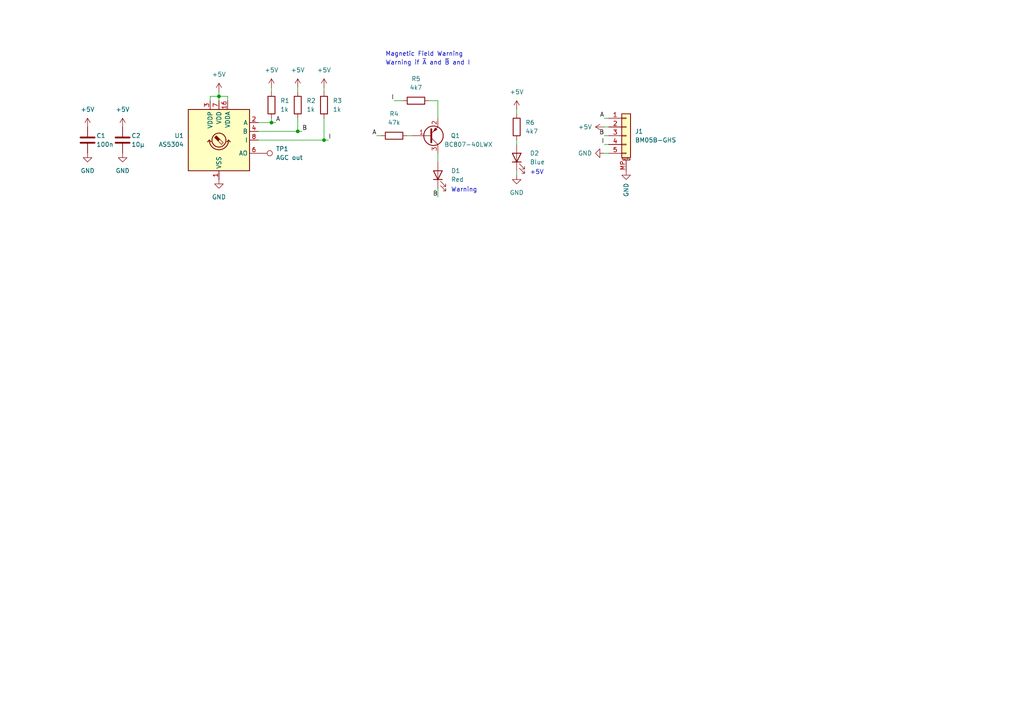
<source format=kicad_sch>
(kicad_sch (version 20210621) (generator eeschema)
  (paper "A4")
  (lib_symbols
    (symbol "AS5304:AS5304"
      (property "Reference" "U1" (at -10.16 1.27 0))
      (property "Value" "AS5304" (at -10.16 -1.27 0))
      (symbol "AS5304_0_1"
        (rectangle (start -8.89 8.89) (end 8.89 -8.89) (stroke (width 0.254)) (fill (type background)))
        (arc (start -2.794 0) (mid 0 -2.794) (end 2.794 0) (stroke (width 0.254)))
        (polyline (pts (xy -2.794 0) (xy -3.302 -0.508)) (stroke (width 0.254)))
        (polyline (pts (xy -2.794 0) (xy -2.286 -0.508)) (stroke (width 0.254)))
        (polyline (pts (xy 2.794 0) (xy 2.286 -0.508)) (stroke (width 0.254)))
        (polyline (pts (xy 2.794 0) (xy 3.302 -0.508)) (stroke (width 0.254)))
      )
      (symbol "AS5304_1_1"
        (polyline (pts (xy 0.254 0.254) (xy 1.27 -0.762) (xy 0.762 -1.27) (xy -0.254 -0.254)))
        (polyline (pts (xy -0.762 1.27) (xy 0.254 0.254) (xy -0.254 -0.254) (xy -1.27 0.762) (xy -1.016 1.016) (xy -0.762 1.27) (xy -0.635 1.143)) (fill (type outline)))
        (circle (center 0 0) (radius 2.032) (stroke (width 0.254)))
        (pin power_in line (at 0 -11.43 90) (length 2.54) (name "VSS") (number "1"))
        (pin no_connect line (at -11.43 0 0) (length 2.54) hide (name "TEST") (number "10"))
        (pin no_connect line (at -11.43 0 0) (length 2.54) hide (name "TEST") (number "11"))
        (pin no_connect line (at -11.43 0 0) (length 2.54) hide (name "TEST") (number "12"))
        (pin no_connect line (at -11.43 0 0) (length 2.54) hide (name "TEST") (number "13"))
        (pin no_connect line (at -11.43 0 0) (length 2.54) hide (name "TEST") (number "14"))
        (pin passive line (at 0 -11.43 90) (length 2.54) hide (name "TEST_GND") (number "15"))
        (pin power_in line (at 2.54 11.43 270) (length 2.54) (name "VDDA") (number "16"))
        (pin no_connect line (at -11.43 0 0) (length 2.54) hide (name "TEST") (number "17"))
        (pin no_connect line (at -11.43 0 0) (length 2.54) hide (name "TEST") (number "18"))
        (pin no_connect line (at -11.43 0 0) (length 2.54) hide (name "TEST") (number "19"))
        (pin output line (at 11.43 5.08 180) (length 2.54) (name "A") (number "2"))
        (pin input line (at 0 -11.43 90) (length 2.54) hide (name "ZPZ") (number "20"))
        (pin power_in line (at -2.54 11.43 270) (length 2.54) (name "VDDP") (number "3"))
        (pin output line (at 11.43 2.54 180) (length 2.54) (name "B") (number "4"))
        (pin no_connect line (at -11.43 0 0) (length 2.54) hide (name "TEST") (number "5"))
        (pin output line (at 11.43 -3.81 180) (length 2.54) (name "AO") (number "6"))
        (pin power_in line (at 0 11.43 270) (length 2.54) (name "VDD") (number "7"))
        (pin output line (at 11.43 0 180) (length 2.54) (name "I") (number "8"))
        (pin no_connect line (at -11.43 0 0) (length 2.54) hide (name "TEST") (number "9"))
      )
    )
    (symbol "Connector:TestPoint" (pin_numbers hide) (pin_names (offset 0.762) hide)
      (property "Reference" "TP" (at 0 6.858 0))
      (property "Value" "TestPoint" (at 0 5.08 0))
      (symbol "TestPoint_0_1"
        (circle (center 0 3.302) (radius 0.762))
      )
      (symbol "TestPoint_1_1"
        (pin passive line (at 0 0 90) (length 2.54) (name "1") (number "1"))
      )
    )
    (symbol "Connector_Generic_MountingPin:Conn_01x05_MountingPin" (pin_names (offset 1.016) hide)
      (property "Reference" "J" (at 0 7.62 0))
      (property "Value" "Conn_01x05_MountingPin" (at 1.27 -7.62 0))
      (symbol "Conn_01x05_MountingPin_1_1"
        (rectangle (start -1.27 -4.953) (end 0 -5.207) (stroke (width 0.1524)))
        (rectangle (start -1.27 -2.413) (end 0 -2.667) (stroke (width 0.1524)))
        (rectangle (start -1.27 0.127) (end 0 -0.127) (stroke (width 0.1524)))
        (rectangle (start -1.27 2.667) (end 0 2.413) (stroke (width 0.1524)))
        (rectangle (start -1.27 5.207) (end 0 4.953) (stroke (width 0.1524)))
        (rectangle (start -1.27 6.35) (end 1.27 -6.35) (stroke (width 0.254)) (fill (type background)))
        (polyline (pts (xy -1.016 -7.112) (xy 1.016 -7.112)) (stroke (width 0.1524)))
        (text "Mounting" (at 0 -6.731 0) (effects (font (size 0.381 0.381))))
        (pin passive line (at -5.08 5.08 0) (length 3.81) (name "Pin_1") (number "1"))
        (pin passive line (at -5.08 2.54 0) (length 3.81) (name "Pin_2") (number "2"))
        (pin passive line (at -5.08 0 0) (length 3.81) (name "Pin_3") (number "3"))
        (pin passive line (at -5.08 -2.54 0) (length 3.81) (name "Pin_4") (number "4"))
        (pin passive line (at -5.08 -5.08 0) (length 3.81) (name "Pin_5") (number "5"))
        (pin passive line (at 0 -10.16 90) (length 3.048) (name "MountPin") (number "MP"))
      )
    )
    (symbol "Device:C" (pin_numbers hide) (pin_names (offset 0.254))
      (property "Reference" "C" (at 0.635 2.54 0))
      (property "Value" "C" (at 0.635 -2.54 0))
      (symbol "C_0_1"
        (polyline (pts (xy -2.032 -0.762) (xy 2.032 -0.762)) (stroke (width 0.508)))
        (polyline (pts (xy -2.032 0.762) (xy 2.032 0.762)) (stroke (width 0.508)))
      )
      (symbol "C_1_1"
        (pin passive line (at 0 3.81 270) (length 2.794) (name "~") (number "1"))
        (pin passive line (at 0 -3.81 90) (length 2.794) (name "~") (number "2"))
      )
    )
    (symbol "Device:LED" (pin_numbers hide) (pin_names (offset 1.016) hide)
      (property "Reference" "D" (at 0 2.54 0))
      (property "Value" "LED" (at 0 -2.54 0))
      (symbol "LED_0_1"
        (polyline (pts (xy -1.27 -1.27) (xy -1.27 1.27)) (stroke (width 0.254)))
        (polyline (pts (xy -1.27 0) (xy 1.27 0)))
        (polyline (pts (xy 1.27 -1.27) (xy 1.27 1.27) (xy -1.27 0) (xy 1.27 -1.27)) (stroke (width 0.254)))
        (polyline (pts (xy -3.048 -0.762) (xy -4.572 -2.286) (xy -3.81 -2.286) (xy -4.572 -2.286) (xy -4.572 -1.524)))
        (polyline (pts (xy -1.778 -0.762) (xy -3.302 -2.286) (xy -2.54 -2.286) (xy -3.302 -2.286) (xy -3.302 -1.524)))
      )
      (symbol "LED_1_1"
        (pin passive line (at -3.81 0 0) (length 2.54) (name "K") (number "1"))
        (pin passive line (at 3.81 0 180) (length 2.54) (name "A") (number "2"))
      )
    )
    (symbol "Device:Q_PNP_BEC" (pin_names (offset 0) hide)
      (property "Reference" "Q" (at 5.08 1.27 0))
      (property "Value" "Q_PNP_BEC" (at 5.08 -1.27 0))
      (symbol "Q_PNP_BEC_0_1"
        (polyline (pts (xy 0.635 0.635) (xy 2.54 2.54)))
        (polyline (pts (xy 0.635 -0.635) (xy 2.54 -2.54) (xy 2.54 -2.54)))
        (polyline (pts (xy 0.635 1.905) (xy 0.635 -1.905) (xy 0.635 -1.905)) (stroke (width 0.508)))
        (polyline (pts (xy 2.286 -1.778) (xy 1.778 -2.286) (xy 1.27 -1.27) (xy 2.286 -1.778) (xy 2.286 -1.778)) (fill (type outline)))
        (circle (center 1.27 0) (radius 2.8194) (stroke (width 0.254)))
      )
      (symbol "Q_PNP_BEC_1_1"
        (pin input line (at -5.08 0 0) (length 5.715) (name "B") (number "1"))
        (pin passive line (at 2.54 -5.08 90) (length 2.54) (name "E") (number "2"))
        (pin passive line (at 2.54 5.08 270) (length 2.54) (name "C") (number "3"))
      )
    )
    (symbol "Device:R" (pin_numbers hide) (pin_names (offset 0))
      (property "Reference" "R" (at 2.032 0 90))
      (property "Value" "R" (at 0 0 90))
      (symbol "R_0_1"
        (rectangle (start -1.016 -2.54) (end 1.016 2.54) (stroke (width 0.254)))
      )
      (symbol "R_1_1"
        (pin passive line (at 0 3.81 270) (length 1.27) (name "~") (number "1"))
        (pin passive line (at 0 -3.81 90) (length 1.27) (name "~") (number "2"))
      )
    )
    (symbol "power:+5V" (power) (pin_names (offset 0))
      (property "Value" "+5V" (at 0 3.556 0))
      (symbol "+5V_0_1"
        (polyline (pts (xy -0.762 1.27) (xy 0 2.54)))
        (polyline (pts (xy 0 0) (xy 0 2.54)))
        (polyline (pts (xy 0 2.54) (xy 0.762 1.27)))
      )
      (symbol "+5V_1_1"
        (pin power_in line (at 0 0 90) (length 0) hide (name "+5V") (number "1"))
      )
    )
    (symbol "power:GND" (power) (pin_names (offset 0))
      (property "Value" "GND" (at 0 -3.81 0))
      (symbol "GND_0_1"
        (polyline (pts (xy 0 0) (xy 0 -1.27) (xy 1.27 -1.27) (xy 0 -2.54) (xy -1.27 -1.27) (xy 0 -1.27)))
      )
      (symbol "GND_1_1"
        (pin power_in line (at 0 0 270) (length 0) hide (name "GND") (number "1"))
      )
    )
  )
  (junction (at 93.98 40.64))
  (junction (at 78.74 35.56))
  (junction (at 86.36 38.1))
  (junction (at 63.5 27.94))
  (wire (pts (xy 127 54.61) (xy 127 57.15)))
  (wire (pts (xy 149.86 49.53) (xy 149.86 50.8)))
  (wire (pts (xy 93.98 40.64) (xy 95.25 40.64)))
  (wire (pts (xy 86.36 34.29) (xy 86.36 38.1)))
  (wire (pts (xy 86.36 38.1) (xy 87.63 38.1)))
  (wire (pts (xy 74.93 38.1) (xy 86.36 38.1)))
  (wire (pts (xy 86.36 25.4) (xy 86.36 26.67)))
  (wire (pts (xy 127 29.21) (xy 127 34.29)))
  (wire (pts (xy 124.46 29.21) (xy 127 29.21)))
  (wire (pts (xy 149.86 40.64) (xy 149.86 41.91)))
  (wire (pts (xy 78.74 25.4) (xy 78.74 26.67)))
  (wire (pts (xy 149.86 31.75) (xy 149.86 33.02)))
  (wire (pts (xy 60.96 27.94) (xy 60.96 29.21)))
  (wire (pts (xy 63.5 27.94) (xy 60.96 27.94)))
  (wire (pts (xy 63.5 27.94) (xy 63.5 29.21)))
  (wire (pts (xy 63.5 26.67) (xy 63.5 27.94)))
  (wire (pts (xy 114.3 29.21) (xy 116.84 29.21)))
  (wire (pts (xy 175.26 41.91) (xy 176.53 41.91)))
  (wire (pts (xy 175.26 44.45) (xy 176.53 44.45)))
  (wire (pts (xy 109.22 39.37) (xy 110.49 39.37)))
  (wire (pts (xy 93.98 25.4) (xy 93.98 26.67)))
  (wire (pts (xy 175.26 34.29) (xy 176.53 34.29)))
  (wire (pts (xy 66.04 27.94) (xy 66.04 29.21)))
  (wire (pts (xy 63.5 27.94) (xy 66.04 27.94)))
  (wire (pts (xy 118.11 39.37) (xy 119.38 39.37)))
  (wire (pts (xy 93.98 40.64) (xy 74.93 40.64)))
  (wire (pts (xy 93.98 34.29) (xy 93.98 40.64)))
  (wire (pts (xy 175.26 39.37) (xy 176.53 39.37)))
  (wire (pts (xy 127 44.45) (xy 127 46.99)))
  (wire (pts (xy 175.26 36.83) (xy 176.53 36.83)))
  (wire (pts (xy 78.74 35.56) (xy 78.74 34.29)))
  (wire (pts (xy 74.93 35.56) (xy 78.74 35.56)))
  (wire (pts (xy 78.74 35.56) (xy 80.01 35.56)))
  (text "Magnetic Field Warning" (at 111.76 16.51 0) (effects (font (size 1.27 1.27)) (justify left bottom)))
  (text "Warning" (at 130.81 55.88 0) (effects (font (size 1.27 1.27)) (justify left bottom)))
  (text "+5V" (at 153.67 50.8 0) (effects (font (size 1.27 1.27)) (justify left bottom)))
  (text "Warning if ~{A} and ~{B} and I" (at 111.76 19.05 0) (effects (font (size 1.27 1.27)) (justify left bottom)))
  (label "I" (at 95.25 40.64 0))
  (label "A" (at 80.01 35.56 0))
  (label "A" (at 109.22 39.37 180))
  (label "I" (at 114.3 29.21 180))
  (label "B" (at 175.26 39.37 180))
  (label "A" (at 175.26 34.29 180))
  (label "I" (at 175.26 41.91 180))
  (label "B" (at 87.63 38.1 0))
  (label "B" (at 127 57.15 180))
  (symbol (lib_id "Connector_Generic_MountingPin:Conn_01x05_MountingPin") (at 181.61 39.37 0) (unit 1)
    (property "Reference" "J1" (at 184.15 38.0999 0) (effects (justify left)))
    (property "Value" "BM05B-GHS" (at 184.15 40.6399 0) (effects (justify left)))
    (property "Footprint" "Connector_JST:JST_GH_BM05B-GHS-TBT_1x05-1MP_P1.25mm_Vertical" (effects hide))
  )
  (symbol (lib_id "Device:R") (at 149.86 36.83 0) (unit 1)
    (property "Reference" "R6" (at 152.4 35.5599 0) (effects (justify left)))
    (property "Value" "4k7" (at 152.4 38.0999 0) (effects (justify left)))
    (property "Footprint" "Resistor_SMD:R_0402_1005Metric" (effects hide))
  )
  (symbol (lib_id "power:GND") (at 149.86 50.8 0) (unit 1)
    (property "Reference" "#PWR0110" (effects hide))
    (property "Value" "GND" (at 149.86 55.88 0))
  )
  (symbol (lib_id "power:+5V") (at 35.56 36.83 0) (unit 1)
    (property "Reference" "#PWR0103" (effects hide))
    (property "Value" "+5V" (at 35.56 31.75 0))
  )
  (symbol (lib_id "Device:R") (at 78.74 30.48 0) (unit 1)
    (property "Reference" "R1" (at 81.28 29.2099 0) (effects (justify left)))
    (property "Value" "1k" (at 81.28 31.7499 0) (effects (justify left)))
    (property "Footprint" "Resistor_SMD:R_0402_1005Metric" (effects hide))
  )
  (symbol (lib_id "Device:R") (at 93.98 30.48 0) (unit 1)
    (property "Reference" "R3" (at 96.52 29.2099 0) (effects (justify left)))
    (property "Value" "1k" (at 96.52 31.7499 0) (effects (justify left)))
    (property "Footprint" "Resistor_SMD:R_0402_1005Metric" (effects hide))
  )
  (symbol (lib_id "power:+5V") (at 149.86 31.75 0) (unit 1)
    (property "Reference" "#PWR0111" (effects hide))
    (property "Value" "+5V" (at 149.86 26.67 0))
  )
  (symbol (lib_id "AS5304:AS5304") (at 63.5 40.64 0) (unit 1)
    (property "Reference" "U1" (at 53.34 39.37 0) (effects (justify right)))
    (property "Value" "AS5304" (at 53.34 41.91 0) (effects (justify right)))
    (property "Footprint" "Package_SO:TSSOP-20_4.4x6.5mm_P0.65mm" (effects hide))
    (property "Datasheet" "https://ams.com/documents/20143/36005/AS5304_06_DS000187_2-00.pdf" (effects hide))
  )
  (symbol (lib_id "Device:LED") (at 149.86 45.72 90) (unit 1)
    (property "Reference" "D2" (at 153.67 44.45 90) (effects (justify right)))
    (property "Value" "Blue" (at 153.67 46.99 90) (effects (justify right)))
    (property "Footprint" "LED_SMD:LED_0402_1005Metric" (effects hide))
  )
  (symbol (lib_id "Device:LED") (at 127 50.8 90) (unit 1)
    (property "Reference" "D1" (at 130.81 49.53 90) (effects (justify right)))
    (property "Value" "Red" (at 130.81 52.07 90) (effects (justify right)))
    (property "Footprint" "LED_SMD:LED_0402_1005Metric" (effects hide))
  )
  (symbol (lib_id "power:GND") (at 35.56 44.45 0) (unit 1)
    (property "Reference" "#PWR0101" (effects hide))
    (property "Value" "GND" (at 35.56 49.53 0))
  )
  (symbol (lib_id "Connector:TestPoint") (at 74.93 44.45 270) (unit 1)
    (property "Reference" "TP1" (at 80.01 43.1799 90) (effects (justify left)))
    (property "Value" "AGC out" (at 80.01 45.7199 90) (effects (justify left)))
    (property "Footprint" "TestPoint:TestPoint_Pad_D1.5mm" (effects hide))
  )
  (symbol (lib_id "Device:R") (at 86.36 30.48 0) (unit 1)
    (property "Reference" "R2" (at 88.9 29.2099 0) (effects (justify left)))
    (property "Value" "1k" (at 88.9 31.7499 0) (effects (justify left)))
    (property "Footprint" "Resistor_SMD:R_0402_1005Metric" (effects hide))
  )
  (symbol (lib_id "Device:C") (at 35.56 40.64 0) (unit 1)
    (property "Reference" "C2" (at 38.1 39.37 0) (effects (justify left)))
    (property "Value" "10µ" (at 38.1 41.91 0) (effects (justify left)))
    (property "Footprint" "Capacitor_SMD:C_0603_1608Metric" (effects hide))
  )
  (symbol (lib_id "power:+5V") (at 63.5 26.67 0) (unit 1)
    (property "Reference" "#PWR0107" (effects hide))
    (property "Value" "+5V" (at 63.5 21.59 0))
  )
  (symbol (lib_id "power:+5V") (at 86.36 25.4 0) (unit 1)
    (property "Reference" "#PWR0108" (effects hide))
    (property "Value" "+5V" (at 86.36 20.32 0))
  )
  (symbol (lib_id "power:GND") (at 175.26 44.45 270) (unit 1)
    (property "Reference" "#PWR0113" (effects hide))
    (property "Value" "GND" (at 167.64 44.45 90) (effects (justify left)))
  )
  (symbol (lib_id "power:+5V") (at 93.98 25.4 0) (unit 1)
    (property "Reference" "#PWR0109" (effects hide))
    (property "Value" "+5V" (at 93.98 20.32 0))
  )
  (symbol (lib_id "power:+5V") (at 78.74 25.4 0) (unit 1)
    (property "Reference" "#PWR0105" (effects hide))
    (property "Value" "+5V" (at 78.74 20.32 0))
  )
  (symbol (lib_id "power:GND") (at 63.5 52.07 0) (unit 1)
    (property "Reference" "#PWR0106" (effects hide))
    (property "Value" "GND" (at 63.5 57.15 0))
  )
  (symbol (lib_id "power:GND") (at 25.4 44.45 0) (unit 1)
    (property "Reference" "#PWR0102" (effects hide))
    (property "Value" "GND" (at 25.4 49.53 0))
  )
  (symbol (lib_id "power:GND") (at 181.61 49.53 0) (unit 1)
    (property "Reference" "#PWR?" (effects hide))
    (property "Value" "GND" (at 181.61 57.15 90) (effects (justify left)))
  )
  (symbol (lib_id "Device:C") (at 25.4 40.64 0) (unit 1)
    (property "Reference" "C1" (at 27.94 39.37 0) (effects (justify left)))
    (property "Value" "100n" (at 27.94 41.91 0) (effects (justify left)))
    (property "Footprint" "Capacitor_SMD:C_0402_1005Metric" (effects hide))
  )
  (symbol (lib_id "Device:Q_PNP_BEC") (at 124.46 39.37 0) (mirror x) (unit 1)
    (property "Reference" "Q1" (at 132.08 39.37 0))
    (property "Value" "BC807-40LWX" (at 135.89 41.91 0))
    (property "Footprint" "Package_TO_SOT_SMD:SOT-323_SC-70" (effects hide))
  )
  (symbol (lib_id "Device:R") (at 120.65 29.21 90) (unit 1)
    (property "Reference" "R5" (at 120.65 22.86 90))
    (property "Value" "4k7" (at 120.65 25.4 90))
    (property "Footprint" "Resistor_SMD:R_0402_1005Metric" (effects hide))
  )
  (symbol (lib_id "power:+5V") (at 25.4 36.83 0) (unit 1)
    (property "Reference" "#PWR0104" (effects hide))
    (property "Value" "+5V" (at 25.4 31.75 0))
  )
  (symbol (lib_id "Device:R") (at 114.3 39.37 90) (unit 1)
    (property "Reference" "R4" (at 114.3 33.02 90))
    (property "Value" "47k" (at 114.3 35.56 90))
    (property "Footprint" "Resistor_SMD:R_0402_1005Metric" (effects hide))
  )
  (symbol (lib_id "power:+5V") (at 175.26 36.83 90) (unit 1)
    (property "Reference" "#PWR0112" (effects hide))
    (property "Value" "+5V" (at 167.64 36.83 90) (effects (justify right)))
  )
)
</source>
